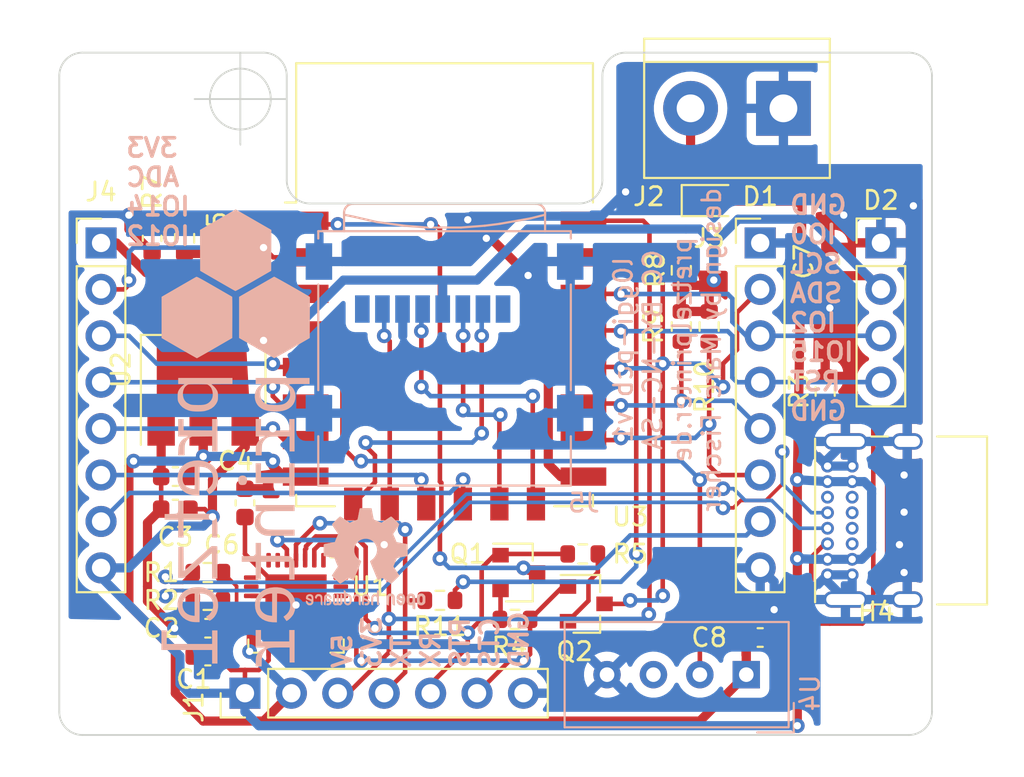
<source format=kicad_pcb>
(kicad_pcb (version 20201116) (generator pcbnew)
  (layers (0 "F.Cu" signal) (31 "B.Cu" signal) (34 "B.Paste" user) (35 "F.Paste" user) (36 "B.SilkS" user "B.Silkscreen") (37 "F.SilkS" user "F.Silkscreen") (38 "B.Mask" user) (39 "F.Mask" user) (44 "Edge.Cuts" user))
  (net 0 "")
  (net 1 "GND")
  (net 2 "+5V")
  (net 3 "+3V3")
  (net 4 "RST")
  (net 5 "Net-(D1-Pad1)")
  (net 6 "/RTS")
  (net 7 "/CTS")
  (net 8 "UART_TX")
  (net 9 "UART_RX")
  (net 10 "GPIO0")
  (net 11 "GPIO2")
  (net 12 "SDA")
  (net 13 "SCL")
  (net 14 "GPIO12")
  (net 15 "ADC")
  (net 16 "GPIO10")
  (net 17 "GPIO9")
  (net 18 "GPIO15")
  (net 19 "GPIO14")
  (net 20 "GPIO13")
  (net 21 "SD_CS")
  (net 22 "SD_MOSI")
  (net 23 "SD_SCL")
  (net 24 "SD_MISO")
  (net 25 "Net-(P1-PadB5)")
  (net 26 "USB_-")
  (net 27 "USB_+")
  (net 28 "Net-(P1-PadA5)")
  (net 29 "Net-(Q1-Pad2)")
  (net 30 "Net-(Q2-Pad2)")
  (net 31 "/USB_F_+")
  (net 32 "/USB_F_-")
  (net 33 "Net-(R6-Pad2)")
  (net 34 "Net-(R11-Pad1)")
  (net 35 "DHT")
  (footprint "Capacitor_SMD:C_0603_1608Metric" (layer "F.Cu") (at 43.688 63.5 -90)
    (fp_text reference "C5")
    (fp_text value "100nF")
  )
  (footprint "Resistor_SMD:R_0603_1608Metric" (layer "F.Cu") (at 48.626474 65.371577)
    (fp_text reference "R6")
    (fp_text value "10k")
  )
  (footprint "Capacitor_SMD:C_0603_1608Metric" (layer "F.Cu") (at 46.736 86.36 180)
    (fp_text reference "C1")
    (fp_text value "100nF")
  )
  (footprint "Capacitor_SMD:C_0603_1608Metric" (layer "F.Cu") (at 44.958 76.539999)
    (fp_text reference "C4")
    (fp_text value "10µF")
  )
  (footprint "Resistor_SMD:R_0603_1608Metric" (layer "F.Cu") (at 67.253239 80.772 180)
    (fp_text reference "R5")
    (fp_text value "10k")
  )
  (footprint "MountingHole:MountingHole_2.7mm_M2.5" (layer "F.Cu") (at 83.312 87.63)
    (fp_text reference "H4")
    (fp_text value "MountingHole")
  )
  (footprint "Resistor_SMD:R_0603_1608Metric" (layer "F.Cu") (at 74.168 68.326 -90)
    (fp_text reference "R10")
    (fp_text value "10k")
  )
  (footprint "Capacitor_SMD:C_0603_1608Metric" (layer "F.Cu") (at 48.768 77.978 -90)
    (fp_text reference "C6")
    (fp_text value "100nF")
  )
  (footprint "MountingHole:MountingHole_2.7mm_M2.5" (layer "F.Cu") (at 41.656 87.63)
    (fp_text reference "H3" hide)
    (fp_text value "MountingHole")
  )
  (footprint "MountingHole:MountingHole_2.7mm_M2.5" (layer "F.Cu") (at 41.656 56.388)
    (fp_text reference "H1" hide)
    (fp_text value "MountingHole")
  )
  (footprint "Capacitor_SMD:C_0603_1608Metric" (layer "F.Cu") (at 76.962 85.344)
    (fp_text reference "C8")
    (fp_text value "100nF")
  )
  (footprint "Package_TO_SOT_SMD:SOT-223-3_TabPin2" (layer "F.Cu") (at 46.482 70.697999 90)
    (fp_text reference "U2")
    (fp_text value "AZ1117-3.3")
  )
  (footprint "Connector_USB:USB_C_Receptacle_GCT_USB4085" (layer "F.Cu") (at 80.645 81.915 90)
    (fp_text reference "P1" hide)
    (fp_text value "USB_C_Plug_USB2.0")
  )
  (footprint "Resistor_SMD:R_0603_1608Metric" (layer "F.Cu") (at 80.518 71.882 90)
    (fp_text reference "R3")
    (fp_text value "56k")
  )
  (footprint "Resistor_SMD:R_0603_1608Metric" (layer "F.Cu") (at 46.736 81.788)
    (fp_text reference "R1")
    (fp_text value "33R")
  )
  (footprint "Capacitor_SMD:C_0603_1608Metric" (layer "F.Cu") (at 80.772 64.77 90)
    (fp_text reference "C7")
    (fp_text value "100nF")
  )
  (footprint "Resistor_SMD:R_0603_1608Metric" (layer "F.Cu") (at 59.436 83.312 180)
    (fp_text reference "R11")
    (fp_text value "470")
  )
  (footprint "Package_TO_SOT_SMD:SOT-23" (layer "F.Cu") (at 67.44415 83.503062)
    (fp_text reference "Q2")
    (fp_text value "S8050")
  )
  (footprint "Resistor_SMD:R_0603_1608Metric" (layer "F.Cu") (at 45.466 63.5 90)
    (fp_text reference "R7")
    (fp_text value "10k")
  )
  (footprint "Package_DFN_QFN:QFN-28-1EP_5x5mm_P0.5mm_EP3.35x3.35mm" (layer "F.Cu") (at 51.562 83.566)
    (fp_text reference "U1")
    (fp_text value "CP2102N-A01-GQFN28")
  )
  (footprint "Connector_PinHeader_2.54mm:PinHeader_1x07_P2.54mm_Vertical" (layer "F.Cu") (at 48.768 88.392 90)
    (fp_text reference "J1")
    (fp_text value "PRG_Header")
  )
  (footprint "Diode_SMD:D_SOD-323" (layer "F.Cu") (at 74.168 61.434)
    (fp_text reference "D1")
    (fp_text value "1N5819")
  )
  (footprint "Resistor_SMD:R_0603_1608Metric" (layer "F.Cu") (at 72.644 68.326 -90)
    (fp_text reference "R9")
    (fp_text value "10k")
  )
  (footprint "Resistor_SMD:R_0603_1608Metric" (layer "F.Cu") (at 72.644 65.249779 90)
    (fp_text reference "R8")
    (fp_text value "10k")
  )
  (footprint "MountingHole:MountingHole_2.7mm_M2.5" (layer "F.Cu") (at 83.312 56.388)
    (fp_text reference "H2" hide)
    (fp_text value "MountingHole")
  )
  (footprint "Capacitor_SMD:C_0603_1608Metric" (layer "F.Cu") (at 44.958 78.317999 180)
    (fp_text reference "C3")
    (fp_text value "10µF 25V")
  )
  (footprint "Connector_PinHeader_2.54mm:PinHeader_1x04_P2.54mm_Vertical" (layer "F.Cu") (at 83.566 63.747691)
    (fp_text reference "D2")
    (fp_text value "OLED_I2C_Header")
  )
  (footprint "Capacitor_SMD:C_0603_1608Metric" (layer "F.Cu") (at 46.736 84.836 180)
    (fp_text reference "C2")
    (fp_text value "100nF")
  )
  (footprint "Connector_PinHeader_2.54mm:PinHeader_1x08_P2.54mm_Vertical" (layer "F.Cu") (at 76.962 63.754)
    (fp_text reference "J3")
    (fp_text value "EXT_HEADER_2")
  )
  (footprint "Resistor_SMD:R_0603_1608Metric" (layer "F.Cu") (at 46.736 83.312 180)
    (fp_text reference "R2")
    (fp_text value "33R")
  )
  (footprint "Package_TO_SOT_SMD:SOT-23" (layer "F.Cu") (at 63.754 81.788)
    (fp_text reference "Q1")
    (fp_text value "S8050")
  )
  (footprint "Resistor_SMD:R_0603_1608Metric" (layer "F.Cu") (at 63.543925 84.349884)
    (fp_text reference "R4")
    (fp_text value "10k")
  )
  (footprint "TerminalBlock:TerminalBlock_bornier-2_P5.08mm" (layer "F.Cu") (at 78.232 56.388 180)
    (fp_text reference "J2")
    (fp_text value "V_Source")
  )
  (footprint "MountingHole:MountingHole_2.7mm_M2.5" (layer "F.Cu") (at 47.244 58.928)
    (fp_text reference "H5" hide)
    (fp_text value "MountingHole")
  )
  (footprint "Connector_PinHeader_2.54mm:PinHeader_1x08_P2.54mm_Vertical" (layer "F.Cu") (at 40.894 63.754)
    (fp_text reference "J4")
    (fp_text value "EXT_HEADER_1")
  )
  (footprint "RF_Module:ESP-12E" (layer "F.Cu") (at 59.69 66.04)
    (fp_text reference "U3")
    (fp_text value "ESP-12F")
  )
  (footprint "Connector_Card:microSD_HC_Wuerth_693072010801" (layer "B.Cu") (at 59.69 68.920165 180)
    (fp_text reference "J5")
    (fp_text value "Micro_SD_Card")
  )
  (footprint "Symbol:OSHW-Logo2_7.3x6mm_SilkScreen" (layer "B.Cu") (at 55.372 81.026 180)
    (fp_text reference "REF**" hide)
    (fp_text value "OSHW-Logo2_7.3x6mm_SilkScreen" hide)
  )
  (footprint "Sensor:Aosong_DHT11_5.5x12.0_P2.54mm" (layer "B.Cu") (at 76.2 87.376 90)
    (fp_text reference "U4")
    (fp_text value "DHT22")
  )
  (footprint "pretzelprinter:logo-25x8.1mm" (layer "B.Cu") (at 48.26 74.422 -90)
    (fp_text reference "G***" hide)
    (fp_text value "LOGO" hide)
  )
  (gr_arc (start 39.878 54.61) (end 39.878003 53.34) (angle -90) (layer "Edge.Cuts") (width 0.1))
  (gr_arc (start 39.878 89.408) (end 39.878 90.678) (angle 90) (layer "Edge.Cuts") (width 0.1))
  (gr_line (start 68.326 60.325) (end 68.326 54.61) (layer "Edge.Cuts") (width 0.1))
  (gr_arc (start 67.056 60.325) (end 68.326 60.325) (angle 90) (layer "Edge.Cuts") (width 0.1))
  (gr_line (start 85.09 90.678) (end 39.878 90.678) (layer "Edge.Cuts") (width 0.1))
  (gr_arc (start 52.324 60.325) (end 52.324 61.595) (angle 90) (layer "Edge.Cuts") (width 0.1))
  (gr_arc (start 69.596 54.61) (end 68.326 54.61) (angle 90) (layer "Edge.Cuts") (width 0.1))
  (gr_line (start 39.878003 53.34) (end 49.784 53.340003) (layer "Edge.Cuts") (width 0.1))
  (gr_line (start 52.324 61.595) (end 67.056 61.595) (layer "Edge.Cuts") (width 0.1))
  (gr_line (start 38.607997 89.408) (end 38.608 54.61) (layer "Edge.Cuts") (width 0.1))
  (gr_arc (start 85.09 54.61) (end 85.09 53.34) (angle 90) (layer "Edge.Cuts") (width 0.1))
  (gr_arc (start 85.09 89.408) (end 86.36 89.408) (angle 90) (layer "Edge.Cuts") (width 0.1))
  (gr_line (start 69.596 53.34) (end 85.09 53.34) (layer "Edge.Cuts") (width 0.1))
  (gr_line (start 86.36 54.61) (end 86.36 89.408) (layer "Edge.Cuts") (width 0.1))
  (gr_arc (start 49.784 54.61) (end 51.054 54.610003) (angle -90) (layer "Edge.Cuts") (width 0.1))
  (gr_line (start 51.054 54.610003) (end 51.054 60.325) (layer "Edge.Cuts") (width 0.1))
  (gr_text "GND\nIO0\nSCL\nSDA\nIO2\nIO15\nRST\nGND" (at 78.486 67.31) (layer "B.SilkS") (effects (font (size 1 1) (thickness 0.2)) (justify right mirror)))
  (gr_text "l0ggi-pcb v1\nCC BY-NC-SA\npretzelprinter.de\ndesign by Marc Fischer" (at 71.882 69.596 90) (layer "B.SilkS") (effects (font (size 1 1)) (justify mirror)))
  (gr_text "3V3\nADC\nIO14\nIO12\n" (at 42.164 60.96) (layer "B.SilkS") (effects (font (size 1 1) (thickness 0.2)) (justify right mirror)))
  (gr_text "5V\n3V3\nTX\nRX\nRTS\nCTS\nGND" (at 58.928 87.122 90) (layer "B.SilkS") (effects (font (size 1 1) (thickness 0.2)) (justify right mirror)))
  (target plus (at 48.514 55.88) (size 5) (width 0.1) (layer "Edge.Cuts"))
  (segment (start 64.262 65.532) (end 64.262 70.104) (width 0.5) (layer "F.Cu") (net 1))
  (segment (start 64.262 70.104) (end 65.366001 71.208001) (width 0.5) (layer "F.Cu") (net 1))
  (segment (start 43.434 82.55) (end 43.434 79.066999) (width 0.5) (layer "F.Cu") (net 1))
  (segment (start 45.961 84.836) (end 44.914762 84.836) (width 0.5) (layer "F.Cu") (net 1))
  (segment (start 66.048002 76.54) (end 67.29 76.54) (width 0.5) (layer "F.Cu") (net 1))
  (segment (start 61.976 63.5) (end 62.23 63.5) (width 0.5) (layer "F.Cu") (net 1))
  (segment (start 43.434 79.066999) (end 44.183 78.317999) (width 0.5) (layer "F.Cu") (net 1))
  (segment (start 44.183 76.539999) (end 44.183 78.317999) (width 0.25) (layer "F.Cu") (net 1))
  (segment (start 65.366001 71.208001) (end 65.366001 75.857999) (width 0.5) (layer "F.Cu") (net 1))
  (segment (start 77.737 85.344) (end 77.737 83.833) (width 0.5) (layer "F.Cu") (net 1))
  (segment (start 44.914762 84.836) (end 43.434 83.355238) (width 0.5) (layer "F.Cu") (net 1))
  (segment (start 44.182 76.538999) (end 44.183 76.539999) (width 0.5) (layer "F.Cu") (net 1))
  (segment (start 48.768 80.770022) (end 51.562 83.564022) (width 0.25) (layer "F.Cu") (net 1))
  (segment (start 43.434 83.355238) (end 43.434 82.55) (width 0.5) (layer "F.Cu") (net 1))
  (segment (start 51.062 83.066) (end 51.562 83.566) (width 0.25) (layer "F.Cu") (net 1))
  (segment (start 77.737 83.833) (end 77.724 83.82) (width 0.5) (layer "F.Cu") (net 1))
  (segment (start 43.688 64.275) (end 42.418 63.005) (width 0.5) (layer "F.Cu") (net 1))
  (segment (start 44.182 73.847999) (end 44.182 76.538999) (width 0.5) (layer "F.Cu") (net 1))
  (segment (start 49.112 83.066) (end 51.062 83.066) (width 0.25) (layer "F.Cu") (net 1))
  (segment (start 65.366001 75.857999) (end 66.048002 76.54) (width 0.5) (layer "F.Cu") (net 1))
  (segment (start 62.23 63.5) (end 64.262 65.532) (width 0.5) (layer "F.Cu") (net 1))
  (segment (start 42.418 63.005) (end 42.418 62.23) (width 0.5) (layer "F.Cu") (net 1))
  (segment (start 48.768 78.753) (end 48.768 80.770022) (width 0.25) (layer "F.Cu") (net 1))
  (segment (start 51.562 83.564022) (end 51.562 83.566) (width 0.25) (layer "F.Cu") (net 1))
  (via (at 44.914762 84.836) (size 0.8) (drill 0.4) (layers "F.Cu" "B.Cu") (net 1))
  (via (at 64.262 65.532) (size 0.8) (drill 0.4) (layers "F.Cu" "B.Cu") (net 1))
  (via (at 60.96 62.484) (size 0.8) (drill 0.4) (layers "F.Cu" "B.Cu") (net 1))
  (via (at 84.836 78.486) (size 0.8) (drill 0.4) (layers "F.Cu" "B.Cu") (net 1))
  (via (at 80.772 67.31) (size 0.8) (drill 0.4) (layers "F.Cu" "B.Cu") (net 1))
  (via (at 84.582 80.264) (size 0.8) (drill 0.4) (layers "F.Cu" "B.Cu") (net 1))
  (via (at 77.724 83.82) (size 0.8) (drill 0.4) (layers "F.Cu" "B.Cu") (net 1))
  (via (at 42.418 62.23) (size 0.8) (drill 0.4) (layers "F.Cu" "B.Cu") (net 1))
  (via (at 61.976 63.5) (size 0.8) (drill 0.4) (layers "F.Cu" "B.Cu") (net 1))
  (via (at 84.836 76.454) (size 0.8) (drill 0.4) (layers "F.Cu" "B.Cu") (net 1))
  (via (at 85.344 61.722) (size 0.8) (drill 0.4) (layers "F.Cu" "B.Cu") (net 1))
  (via (at 69.596 60.96) (size 0.8) (drill 0.4) (layers "F.Cu" "B.Cu") (net 1))
  (via (at 51.562 83.566) (size 0.8) (drill 0.4) (layers "F.Cu" "B.Cu") (net 1))
  (via (at 81.534 62.23) (size 0.8) (drill 0.4) (layers "F.Cu" "B.Cu") (net 1))
  (via (at 84.836 81.788) (size 0.8) (drill 0.4) (layers "F.Cu" "B.Cu") (net 1))
  (segment (start 80.645 75.965) (end 81.995 75.965) (width 0.5) (layer "B.Cu") (net 1))
  (segment (start 44.914762 84.836) (end 50.292 84.836) (width 0.5) (layer "B.Cu") (net 1))
  (segment (start 69.596 60.96) (end 68.26401 62.29199) (width 0.5) (layer "B.Cu") (net 1))
  (segment (start 77.724 82.296) (end 76.962 81.534) (width 0.5) (layer "B.Cu") (net 1))
  (segment (start 60.96 62.484) (end 61.976 63.5) (width 0.5) (layer "B.Cu") (net 1))
  (segment (start 81.995 82.895) (end 81.625 83.265) (width 0.5) (layer "B.Cu") (net 1))
  (segment (start 51.562 83.566) (end 53.682001 85.686001) (width 0.5) (layer "B.Cu") (net 1))
  (segment (start 80.645 75.965) (end 80.645 75.595) (width 0.5) (layer "B.Cu") (net 1))
  (segment (start 63.765998 85.598) (end 66.802 85.598) (width 0.5) (layer "B.Cu") (net 1))
  (segment (start 60.297999 85.686001) (end 60.551999 85.940001) (width 0.5) (layer "B.Cu") (net 1))
  (segment (start 50.292 84.836) (end 51.562 83.566) (width 0.5) (layer "B.Cu") (net 1))
  (segment (start 80.645 81.915) (end 81.995 81.915) (width 0.5) (layer "B.Cu") (net 1))
  (segment (start 63.423997 85.940001) (end 63.765998 85.598) (width 0.5) (layer "B.Cu") (net 1))
  (segment (start 66.802 85.598) (end 68.58 87.376) (width 0.5) (layer "B.Cu") (net 1))
  (segment (start 81.995 81.915) (end 81.995 82.895) (width 0.5) (layer "B.Cu") (net 1))
  (segment (start 80.645 75.595) (end 81.625 74.615) (width 0.5) (layer "B.Cu") (net 1))
  (segment (start 68.26401 62.29199) (end 61.15201 62.29199) (width 0.5) (layer "B.Cu") (net 1))
  (segment (start 81.995 75.965) (end 81.995 74.985) (width 0.5) (layer "B.Cu") (net 1))
  (segment (start 57.404 67.384165) (end 57.404 68.834) (width 0.5) (layer "B.Cu") (net 1))
  (segment (start 80.645 81.915) (end 80.645 82.285) (width 0.5) (layer "B.Cu") (net 1))
  (segment (start 53.682001 85.686001) (end 60.297999 85.686001) (width 0.5) (layer "B.Cu") (net 1))
  (segment (start 80.645 82.285) (end 81.625 83.265) (width 0.5) (layer "B.Cu") (net 1))
  (segment (start 57.39 67.370165) (end 57.404 67.384165) (width 0.5) (layer "B.Cu") (net 1))
  (segment (start 81.995 74.985) (end 81.625 74.615) (width 0.5) (layer "B.Cu") (net 1))
  (segment (start 77.724 83.82) (end 77.724 82.296) (width 0.5) (layer "B.Cu") (net 1))
  (segment (start 61.15201 62.29199) (end 60.96 62.484) (width 0.5) (layer "B.Cu") (net 1))
  (segment (start 60.551999 85.940001) (end 63.423997 85.940001) (width 0.5) (layer "B.Cu") (net 1))
  (segment (start 50.062 86.016) (end 50.062 86.59) (width 0.25) (layer "F.Cu") (net 2))
  (segment (start 48.782 74.916) (end 48.782 73.847999) (width 0.5) (layer "F.Cu") (net 2))
  (segment (start 48.006 87.122) (end 47.511 86.627) (width 0.25) (layer "F.Cu") (net 2))
  (segment (start 50.062 86.59) (end 49.53 87.122) (width 0.25) (layer "F.Cu") (net 2))
  (segment (start 46.567999 78.317999) (end 46.99 78.74) (width 0.25) (layer "F.Cu") (net 2))
  (segment (start 48.768 87.122) (end 48.006 87.122) (width 0.25) (layer "F.Cu") (net 2))
  (segment (start 78.994 76.708) (end 79.248 61.722) (width 0.5) (layer "F.Cu") (net 2))
  (segment (start 78.994 90.17) (end 78.994 81.026) (width 0.5) (layer "F.Cu") (net 2))
  (segment (start 46.99 76.708) (end 48.782 74.916) (width 0.5) (layer "F.Cu") (net 2))
  (segment (start 49.53 87.122) (end 48.768 87.122) (width 0.25) (layer "F.Cu") (net 2))
  (segment (start 46.99 78.74) (end 46.99 76.708) (width 0.5) (layer "F.Cu") (net 2))
  (segment (start 78.994 81.026) (end 78.994 76.708) (width 0.5) (layer "F.Cu") (net 2))
  (segment (start 78.994 61.468) (end 75.252 61.468) (width 0.5) (layer "F.Cu") (net 2))
  (segment (start 45.733 78.317999) (end 46.567999 78.317999) (width 0.25) (layer "F.Cu") (net 2))
  (segment (start 48.768 87.122) (end 48.768 88.392) (width 0.25) (layer "F.Cu") (net 2))
  (segment (start 79.248 61.722) (end 78.994 61.468) (width 0.5) (layer "F.Cu") (net 2))
  (segment (start 75.252 61.468) (end 75.218 61.434) (width 0.5) (layer "F.Cu") (net 2))
  (segment (start 47.511 86.627) (end 47.511 86.36) (width 0.25) (layer "F.Cu") (net 2))
  (segment (start 48.768 73.833999) (end 48.782 73.847999) (width 0.5) (layer "F.Cu") (net 2))
  (via (at 78.994 81.026) (size 0.8) (drill 0.4) (layers "F.Cu" "B.Cu") (net 2))
  (via (at 78.994 90.17) (size 0.8) (drill 0.4) (layers "F.Cu" "B.Cu") (net 2))
  (via (at 78.994 76.708) (size 0.8) (drill 0.4) (layers "F.Cu" "B.Cu") (net 2))
  (via (at 46.99 78.74) (size 0.8) (drill 0.4) (layers "F.Cu" "B.Cu") (net 2))
  (segment (start 83.058 77.47) (end 83.058 80.151002) (width 0.5) (layer "B.Cu") (net 2))
  (segment (start 49.53 90.17) (end 48.768 89.408) (width 0.5) (layer "B.Cu") (net 2))
  (segment (start 78.994 81.026) (end 79.971 81.065) (width 0.5) (layer "B.Cu") (net 2))
  (segment (start 83.058 80.151002) (end 83.058 80.518) (width 0.5) (layer "B.Cu") (net 2))
  (segment (start 82.511 81.065) (end 81.995 81.065) (width 0.5) (layer "B.Cu") (net 2))
  (segment (start 81.995 76.815) (end 82.657 76.815) (width 0.5) (layer "B.Cu") (net 2))
  (segment (start 81.995 76.815) (end 80.645 76.815) (width 0.5) (layer "B.Cu") (net 2))
  (segment (start 42.418 81.534) (end 44.704 79.248) (width 0.5) (layer "B.Cu") (net 2))
  (segment (start 80.645 76.815) (end 78.994 76.708) (width 0.5) (layer "B.Cu") (net 2))
  (segment (start 48.768 89.408) (end 48.768 88.392) (width 0.5) (layer "B.Cu") (net 2))
  (segment (start 40.894 81.534) (end 40.894 82.042) (width 0.5) (layer "B.Cu") (net 2))
  (segment (start 83.058 77.47) (end 83.058 77.216) (width 0.5) (layer "B.Cu") (net 2))
  (segment (start 79.971 81.065) (end 80.645 81.065) (width 0.5) (layer "B.Cu") (net 2))
  (segment (start 83.058 77.216) (end 82.657 76.815) (width 0.5) (layer "B.Cu") (net 2))
  (segment (start 45.72 88.392) (end 48.768 88.392) (width 0.5) (layer "B.Cu") (net 2))
  (segment (start 83.058 80.518) (end 82.511 81.065) (width 0.5) (layer "B.Cu") (net 2))
  (segment (start 40.894 81.534) (end 42.418 81.534) (width 0.5) (layer "B.Cu") (net 2))
  (segment (start 40.894 82.042) (end 45.212 86.36) (width 0.5) (layer "B.Cu") (net 2))
  (segment (start 45.212 87.884) (end 45.72 88.392) (width 0.5) (layer "B.Cu") (net 2))
  (segment (start 44.704 79.248) (end 46.482 79.248) (width 0.5) (layer "B.Cu") (net 2))
  (segment (start 78.994 90.17) (end 49.53 90.17) (width 0.5) (layer "B.Cu") (net 2))
  (segment (start 45.212 86.36) (end 45.212 87.884) (width 0.5) (layer "B.Cu") (net 2))
  (segment (start 46.482 79.248) (end 46.99 78.74) (width 0.5) (layer "B.Cu") (net 2))
  (segment (start 81.995 81.065) (end 80.645 81.065) (width 0.5) (layer "B.Cu") (net 2))
  (segment (start 42.418 83.566) (end 42.418 75.946) (width 0.5) (layer "F.Cu") (net 3))
  (segment (start 50.8 76.454) (end 52.004 76.454) (width 0.5) (layer "F.Cu") (net 3))
  (segment (start 43.354969 65.371577) (end 44.035577 65.371577) (width 0.5) (layer "F.Cu") (net 3))
  (segment (start 48.514 84.836) (end 48.91701 84.836) (width 0.5) (layer "F.Cu") (net 3))
  (segment (start 44.958 88.392) (end 44.958 86.106) (width 0.5) (layer "F.Cu") (net 3))
  (segment (start 50.292 75.946) (end 50.8 76.454) (width 0.5) (layer "F.Cu") (net 3))
  (segment (start 46.482 75.438) (end 46.482 73.847999) (width 0.5) (layer "F.Cu") (net 3))
  (segment (start 52.004 76.454) (end 52.09 76.54) (width 0.5) (layer "F.Cu") (net 3))
  (segment (start 46.482 89.916) (end 44.958 88.392) (width 0.5) (layer "F.Cu") (net 3))
  (segment (start 41.737392 63.754) (end 43.354969 65.371577) (width 0.5) (layer "F.Cu") (net 3))
  (segment (start 44.958 86.106) (end 42.418 83.566) (width 0.5) (layer "F.Cu") (net 3))
  (segment (start 44.035577 65.371577) (end 47.801474 65.371577) (width 0.5) (layer "F.Cu") (net 3))
  (segment (start 49.112 86.016) (end 49.022 86.106) (width 0.5) (layer "F.Cu") (net 3))
  (segment (start 46.482 67.547999) (end 44.305578 65.371577) (width 0.5) (layer "F.Cu") (net 3))
  (segment (start 48.91701 84.836) (end 49.112 84.64101) (width 0.5) (layer "F.Cu") (net 3))
  (segment (start 47.511 84.836) (end 48.514 84.836) (width 0.5) (layer "F.Cu") (net 3))
  (segment (start 45.733 76.187) (end 46.482 75.438) (width 0.5) (layer "F.Cu") (net 3))
  (segment (start 45.733 76.539999) (end 45.733 76.187) (width 0.5) (layer "F.Cu") (net 3))
  (segment (start 49.112 85.066) (end 49.112 86.016) (width 0.5) (layer "F.Cu") (net 3))
  (segment (start 82.823309 65.545) (end 83.566 66.287691) (width 0.5) (layer "F.Cu") (net 3))
  (segment (start 46.482 67.547999) (end 48.243999 67.547999) (width 0.5) (layer "F.Cu") (net 3))
  (segment (start 49.784 89.916) (end 46.482 89.916) (width 0.5) (layer "F.Cu") (net 3))
  (segment (start 80.772 65.545) (end 82.823309 65.545) (width 0.5) (layer "F.Cu") (net 3))
  (segment (start 44.305578 65.371577) (end 44.035577 65.371577) (width 0.5) (layer "F.Cu") (net 3))
  (segment (start 42.418 75.946) (end 42.672 75.692) (width 0.5) (layer "F.Cu") (net 3))
  (segment (start 48.243999 67.547999) (end 49.784 69.088) (width 0.5) (layer "F.Cu") (net 3))
  (segment (start 73.66 89.916) (end 49.784 89.916) (width 0.5) (layer "F.Cu") (net 3))
  (segment (start 40.894 63.754) (end 41.737392 63.754) (width 0.5) (layer "F.Cu") (net 3))
  (segment (start 51.308 88.392) (end 49.784 89.916) (width 0.5) (layer "F.Cu") (net 3))
  (segment (start 48.882 84.836) (end 49.112 85.066) (width 0.5) (layer "F.Cu") (net 3))
  (segment (start 50.292 75.692) (end 50.292 75.946) (width 0.5) (layer "F.Cu") (net 3))
  (segment (start 76.2 87.376) (end 73.66 89.916) (width 0.5) (layer "F.Cu") (net 3))
  (segment (start 48.514 84.836) (end 48.882 84.836) (width 0.5) (layer "F.Cu") (net 3))
  (via (at 49.784 69.088) (size 0.8) (drill 0.4) (layers "F.Cu" "B.Cu") (net 3))
  (via (at 74.422 65.786) (size 0.8) (drill 0.4) (layers "F.Cu" "B.Cu") (net 3))
  (via (at 42.672 75.692) (size 0.8) (drill 0.4) (layers "F.Cu" "B.Cu") (net 3))
  (via (at 50.292 75.692) (size 0.8) (drill 0.4) (layers "F.Cu" "B.Cu") (net 3))
  (via (at 46.482 75.438) (size 0.8) (drill 0.4) (layers "F.Cu" "B.Cu") (net 3))
  (via (at 49.022 86.106) (size 0.8) (drill 0.4) (layers "F.Cu" "B.Cu") (net 3))
  (segment (start 59.69 65.786) (end 61.468 65.786) (width 0.5) (layer "B.Cu") (net 3))
  (segment (start 79.732308 62.453999) (end 83.566 66.287691) (width 0.5) (layer "B.Cu") (net 3))
  (segment (start 64.262 62.992) (end 72.898 62.992) (width 0.5) (layer "B.Cu") (net 3))
  (segment (start 75.751999 62.453999) (end 79.732308 62.453999) (width 0.5) (layer "B.Cu") (net 3))
  (segment (start 59.59 67.370165) (end 59.59 65.886) (width 0.5) (layer "B.Cu") (net 3))
  (segment (start 50.038 75.438) (end 50.292 75.692) (width 0.5) (layer "B.Cu") (net 3))
  (segment (start 46.482 75.438) (end 50.038 75.438) (width 0.5) (layer "B.Cu") (net 3))
  (segment (start 42.672 75.692) (end 46.228 75.692) (width 0.5) (layer "B.Cu") (net 3))
  (segment (start 74.422 65.024) (end 74.422 65.786) (width 0.5) (layer "B.Cu") (net 3))
  (segment (start 54.160577 65.786) (end 59.69 65.786) (width 0.5) (layer "B.Cu") (net 3))
  (segment (start 49.784 69.088) (end 50.858577 69.088) (width 0.5) (layer "B.Cu") (net 3))
  (segment (start 46.228 75.692) (end 46.482 75.438) (width 0.5) (layer "B.Cu") (net 3))
  (segment (start 50.858577 69.088) (end 54.160577 65.786) (width 0.5) (layer "B.Cu") (net 3))
  (segment (start 49.022 86.106) (end 51.308 88.392) (width 0.5) (layer "B.Cu") (net 3))
  (segment (start 59.59 65.886) (end 59.69 65.786) (width 0.5) (layer "B.Cu") (net 3))
  (segment (start 74.422 65.024) (end 74.422 63.783998) (width 0.5) (layer "B.Cu") (net 3))
  (segment (start 73.66 62.992) (end 74.422 63.754) (width 0.5) (layer "B.Cu") (net 3))
  (segment (start 74.422 63.783998) (end 75.751999 62.453999) (width 0.5) (layer "B.Cu") (net 3))
  (segment (start 72.898 62.992) (end 73.66 62.992) (width 0.5) (layer "B.Cu") (net 3))
  (segment (start 74.422 63.754) (end 74.422 65.024) (width 0.5) (layer "B.Cu") (net 3))
  (segment (start 61.468 65.786) (end 64.262 62.992) (width 0.5) (layer "B.Cu") (net 3))
  (segment (start 43.688 62.725) (end 45.416 62.725) (width 0.25) (layer "F.Cu") (net 4))
  (segment (start 45.416 62.725) (end 45.466 62.675) (width 0.25) (layer "F.Cu") (net 4))
  (segment (start 52.288 62.738) (end 52.09 62.54) (width 0.25) (layer "F.Cu") (net 4))
  (segment (start 51.955 62.675) (end 52.09 62.54) (width 0.25) (layer "F.Cu") (net 4))
  (segment (start 59.182 62.738) (end 58.928 62.738) (width 0.25) (layer "F.Cu") (net 4))
  (segment (start 59.450001 76.814999) (end 59.436 76.814999) (width 0.25) (layer "F.Cu") (net 4))
  (segment (start 59.515001 76.879999) (end 59.450001 76.814999) (width 0.25) (layer "F.Cu") (net 4))
  (segment (start 45.466 62.675) (end 51.955 62.675) (width 0.25) (layer "F.Cu") (net 4))
  (segment (start 59.436 76.814999) (end 59.436 62.992) (width 0.25) (layer "F.Cu") (net 4))
  (segment (start 59.436 81.026) (end 59.436 79.265001) (width 0.25) (layer "F.Cu") (net 4))
  (segment (start 64.262 81.788) (end 64.008 81.534) (width 0.25) (layer "F.Cu") (net 4))
  (segment (start 59.436 79.265001) (end 59.450001 79.265001) (width 0.25) (layer "F.Cu") (net 4))
  (segment (start 59.515001 79.200001) (end 59.515001 76.879999) (width 0.25) (layer "F.Cu") (net 4))
  (segment (start 64.754 81.788) (end 64.262 81.788) (width 0.25) (layer "F.Cu") (net 4))
  (segment (start 53.848 62.738) (end 52.288 62.738) (width 0.25) (layer "F.Cu") (net 4))
  (segment (start 59.436 62.992) (end 59.182 62.738) (width 0.25) (layer "F.Cu") (net 4))
  (segment (start 59.450001 79.265001) (end 59.515001 79.200001) (width 0.25) (layer "F.Cu") (net 4))
  (via (at 58.928 62.738) (size 0.8) (drill 0.4) (layers "F.Cu" "B.Cu") (net 4))
  (via (at 59.436 81.026) (size 0.8) (drill 0.4) (layers "F.Cu" "B.Cu") (net 4))
  (via (at 53.848 62.738) (size 0.8) (drill 0.4) (layers "F.Cu" "B.Cu") (net 4))
  (via (at 64.008 81.534) (size 0.8) (drill 0.4) (layers "F.Cu" "B.Cu") (net 4))
  (segment (start 69.85 79.756) (end 76.2 79.756) (width 0.25) (layer "B.Cu") (net 4))
  (segment (start 64.008 81.534) (end 59.944 81.534) (width 0.25) (layer "B.Cu") (net 4))
  (segment (start 64.008 81.534) (end 68.072 81.534) (width 0.25) (layer "B.Cu") (net 4))
  (segment (start 59.944 81.534) (end 59.436 81.026) (width 0.25) (layer "B.Cu") (net 4))
  (segment (start 76.2 79.756) (end 76.962 78.994) (width 0.25) (layer "B.Cu") (net 4))
  (segment (start 58.928 62.738) (end 53.848 62.738) (width 0.25) (layer "B.Cu") (net 4))
  (segment (start 68.072 81.534) (end 69.85 79.756) (width 0.25) (layer "B.Cu") (net 4))
  (segment (start 73.152 56.388) (end 73.152 61.434) (width 0.5) (layer "F.Cu") (net 5))
  (segment (start 55.372 84.328) (end 55.88 84.836) (width 0.25) (layer "F.Cu") (net 6))
  (segment (start 52.6456 79.81399) (end 54.7964 79.81399) (width 0.25) (layer "F.Cu") (net 6))
  (segment (start 62.418 80.838) (end 62.754 80.838) (width 0.25) (layer "F.Cu") (net 6))
  (segment (start 58.928 87.884) (end 60.96 85.852) (width 0.25) (layer "F.Cu") (net 6))
  (segment (start 62.82 80.772) (end 62.754 80.838) (width 0.25) (layer "F.Cu") (net 6))
  (segment (start 52.11199 80.47601) (end 52.111991 80.347599) (width 0.25) (layer "F.Cu") (net 6))
  (segment (start 58.928 88.392) (end 58.928 87.884) (width 0.25) (layer "F.Cu") (net 6))
  (segment (start 52.111991 80.347599) (end 52.6456 79.81399) (width 0.25) (layer "F.Cu") (net 6))
  (segment (start 61.722 81.534) (end 62.418 80.838) (width 0.25) (layer "F.Cu") (net 6))
  (segment (start 54.7964 79.81399) (end 55.372 80.38959) (width 0.25) (layer "F.Cu") (net 6))
  (segment (start 61.722 84.328) (end 61.722 81.534) (width 0.25) (layer "F.Cu") (net 6))
  (segment (start 60.96 85.852) (end 60.96 85.09) (width 0.25) (layer "F.Cu") (net 6))
  (segment (start 52.062 80.526) (end 52.11199 80.47601) (width 0.25) (layer "F.Cu") (net 6))
  (segment (start 66.428239 80.772) (end 62.82 80.772) (width 0.25) (layer "F.Cu") (net 6))
  (segment (start 60.96 85.09) (end 61.722 84.328) (width 0.25) (layer "F.Cu") (net 6))
  (segment (start 55.372 80.38959) (end 55.372 84.328) (width 0.25) (layer "F.Cu") (net 6))
  (segment (start 52.062 81.116) (end 52.062 80.526) (width 0.25) (layer "F.Cu") (net 6))
  (via (at 60.96 85.09) (size 0.8) (drill 0.4) (layers "F.Cu" "B.Cu") (net 6))
  (via (at 55.88 84.836) (size 0.8) (drill 0.4) (layers "F.Cu" "B.Cu") (net 6))
  (segment (start 55.88 84.836) (end 56.134 85.09) (width 0.25) (layer "B.Cu") (net 6))
  (segment (start 56.134 85.09) (end 60.96 85.09) (width 0.25) (layer "B.Cu") (net 6))
  (segment (start 54.864 80.518) (end 54.864 86.36) (width 0.25) (layer "F.Cu") (net 7))
  (segment (start 61.468 88.392) (end 63.246 86.614) (width 0.25) (layer "F.Cu") (net 7))
  (segment (start 52.562 81.116) (end 52.562 80.534) (width 0.25) (layer "F.Cu") (net 7))
  (segment (start 52.562 80.534) (end 52.832 80.264) (width 0.25) (layer "F.Cu") (net 7))
  (segment (start 64.368925 86.253075) (end 64.368925 84.349884) (width 0.25) (layer "F.Cu") (net 7))
  (segment (start 64.368925 84.349884) (end 66.165747 82.553062) (width 0.25) (layer "F.Cu") (net 7))
  (segment (start 66.165747 82.553062) (end 66.44415 82.553062) (width 0.25) (layer "F.Cu") (net 7))
  (segment (start 64.008 86.614) (end 64.368925 86.253075) (width 0.25) (layer "F.Cu") (net 7))
  (segment (start 52.832 80.264) (end 54.61 80.264) (width 0.25) (layer "F.Cu") (net 7))
  (segment (start 54.61 80.264) (end 54.864 80.518) (width 0.25) (layer "F.Cu") (net 7))
  (segment (start 63.246 86.614) (end 64.008 86.614) (width 0.25) (layer "F.Cu") (net 7))
  (segment (start 54.864 86.36) (end 55.118 86.614) (width 0.25) (layer "F.Cu") (net 7))
  (via (at 64.008 86.614) (size 0.8) (drill 0.4) (layers "F.Cu" "B.Cu") (net 7))
  (via (at 55.118 86.614) (size 0.8) (drill 0.4) (layers "F.Cu" "B.Cu") (net 7))
  (segment (start 55.118 86.614) (end 64.008 86.614) (width 0.25) (layer "B.Cu") (net 7))
  (segment (start 67.29 62.54) (end 70.556 62.54) (width 0.25) (layer "F.Cu") (net 8))
  (segment (start 70.556 62.54) (end 70.902999 62.886999) (width 0.25) (layer "F.Cu") (net 8))
  (segment (start 56.642 86.163002) (end 56.642 84.328) (width 0.25) (layer "F.Cu") (net 8))
  (segment (start 54.413002 88.392) (end 56.642 86.163002) (width 0.25) (layer "F.Cu") (net 8))
  (segment (start 53.848 88.392) (end 54.413002 88.392) (width 0.25) (layer "F.Cu") (net 8))
  (segment (start 50.546 80.01) (end 51.062 80.526) (width 0.25) (layer "F.Cu") (net 8))
  (segment (start 56.642 80.518) (end 56.388 80.264) (width 0.25) (layer "F.Cu") (net 8))
  (segment (start 70.902999 62.886999) (end 70.902999 84.110999) (width 0.25) (layer "F.Cu") (net 8))
  (segment (start 51.062 80.526) (end 51.062 81.116) (width 0.25) (layer "F.Cu") (net 8))
  (segment (start 56.642 84.328) (end 56.642 80.518) (width 0.25) (layer "F.Cu") (net 8))
  (via (at 56.388 80.264) (size 0.8) (drill 0.4) (layers "F.Cu" "B.Cu") (net 8))
  (via (at 50.546 80.01) (size 0.8) (drill 0.4) (layers "F.Cu" "B.Cu") (net 8))
  (via (at 56.642 84.328) (size 0.8) (drill 0.4) (layers "F.Cu" "B.Cu") (net 8))
  (via (at 70.866 84.074) (size 0.8) (drill 0.4) (layers "F.Cu" "B.Cu") (net 8))
  (segment (start 50.546 80.01) (end 56.134 80.01) (width 0.25) (layer "B.Cu") (net 8))
  (segment (start 70.612 84.328) (end 56.642 84.328) (width 0.25) (layer "B.Cu") (net 8))
  (segment (start 56.134 80.01) (end 56.388 80.264) (width 0.25) (layer "B.Cu") (net 8))
  (segment (start 70.866 84.074) (end 70.612 84.328) (width 0.25) (layer "B.Cu") (net 8))
  (segment (start 56.388 88.392) (end 57.532358 87.247642) (width 0.25) (layer "F.Cu") (net 9))
  (segment (start 57.658 83.312) (end 57.532358 83.186358) (width 0.25) (layer "F.Cu") (net 9))
  (segment (start 58.611 83.312) (end 57.658 83.312) (width 0.25) (layer "F.Cu") (net 9))
  (segment (start 51.562 80.26118) (end 52.73419 79.08899) (width 0.25) (layer "F.Cu") (net 9))
  (segment (start 57.532358 83.186358) (end 57.532358 79.43274) (width 0.25) (layer "F.Cu") (net 9))
  (segment (start 57.532358 87.247642) (end 57.532358 83.186358) (width 0.25) (layer "F.Cu") (net 9))
  (segment (start 51.562 81.116) (end 51.562 80.26118) (width 0.25) (layer "F.Cu") (net 9))
  (segment (start 52.73419 79.08899) (end 52.872385 79.08899) (width 0.25) (layer "F.Cu") (net 9))
  (via (at 57.532358 79.43274) (size 0.8) (drill 0.4) (layers "F.Cu" "B.Cu") (net 9))
  (via (at 52.872385 79.08899) (size 0.8) (drill 0.4) (layers "F.Cu" "B.Cu") (net 9))
  (segment (start 52.872385 79.08899) (end 57.188608 79.08899) (width 0.25) (layer "B.Cu") (net 9))
  (segment (start 57.188608 79.08899) (end 57.532358 79.43274) (width 0.25) (layer "B.Cu") (net 9))
  (segment (start 68.44415 83.503062) (end 69.658938 83.503062) (width 0.25) (layer "F.Cu") (net 10))
  (segment (start 69.658938 83.503062) (end 69.85 83.312) (width 0.25) (layer "F.Cu") (net 10))
  (segment (start 75.692 69.596) (end 75.692 67.564) (width 0.25) (layer "F.Cu") (net 10))
  (segment (start 76.962 66.294) (end 77.47 66.294) (width 0.25) (layer "F.Cu") (net 10))
  (segment (start 75.692 67.564) (end 76.962 66.294) (width 0.25) (layer "F.Cu") (net 10))
  (segment (start 71.628 70.358) (end 71.628 64.77) (width 0.25) (layer "F.Cu") (net 10))
  (segment (start 71.628 83.058) (end 71.628 70.358) (width 0.25) (layer "F.Cu") (net 10))
  (segment (start 74.925347 70.362653) (end 75.692 69.596) (width 0.25) (layer "F.Cu") (net 10))
  (segment (start 67.29 70.54) (end 69.27 70.54) (width 0.25) (layer "F.Cu") (net 10))
  (segment (start 71.628 64.77) (end 71.973221 64.424779) (width 0.25) (layer "F.Cu") (net 10))
  (segment (start 69.27 70.54) (end 69.342 70.612) (width 0.25) (layer "F.Cu") (net 10))
  (segment (start 74.925347 71.632653) (end 74.925347 70.362653) (width 0.25) (layer "F.Cu") (net 10))
  (segment (start 71.973221 64.424779) (end 72.644 64.424779) (width 0.25) (layer "F.Cu") (net 10))
  (via (at 69.85 83.312) (size 0.8) (drill 0.4) (layers "F.Cu" "B.Cu") (net 10))
  (via (at 71.628 83.058) (size 0.8) (drill 0.4) (layers "F.Cu" "B.Cu") (net 10))
  (via (at 69.342 70.612) (size 0.8) (drill 0.4) (layers "F.Cu" "B.Cu") (net 10))
  (via (at 74.925347 71.632653) (size 0.8) (drill 0.4) (layers "F.Cu" "B.Cu") (net 10))
  (via (at 71.628 70.358) (size 0.8) (drill 0.4) (layers "F.Cu" "B.Cu") (net 10))
  (segment (start 71.628 70.358) (end 73.650694 70.358) (width 0.25) (layer "B.Cu") (net 10))
  (segment (start 71.374 70.612) (end 71.628 70.358) (width 0.25) (layer "B.Cu") (net 10))
  (segment (start 73.650694 70.358) (end 74.925347 71.632653) (width 0.25) (layer "B.Cu") (net 10))
  (segment (start 70.612 70.612) (end 71.374 70.612) (width 0.25) (layer "B.Cu") (net 10))
  (segment (start 69.85 83.312) (end 71.374 83.312) (width 0.25) (layer "B.Cu") (net 10))
  (segment (start 71.374 83.312) (end 71.628 83.058) (width 0.25) (layer "B.Cu") (net 10))
  (segment (start 69.342 70.612) (end 70.612 70.612) (width 0.25) (layer "B.Cu") (net 10))
  (segment (start 69.238 72.54) (end 69.342 72.644) (width 0.25) (layer "F.Cu") (net 11))
  (segment (start 72.644 72.39) (end 72.644 69.151) (width 0.25) (layer "F.Cu") (net 11))
  (segment (start 67.29 72.54) (end 69.238 72.54) (width 0.25) (layer "F.Cu") (net 11))
  (via (at 72.644 72.39) (size 0.8) (drill 0.4) (layers "F.Cu" "B.Cu") (net 11))
  (via (at 69.342 72.644) (size 0.8) (drill 0.4) (layers "F.Cu" "B.Cu") (net 11))
  (segment (start 69.342 72.644) (end 72.39 72.644) (width 0.25) (layer "B.Cu") (net 11))
  (segment (start 72.644 72.39) (end 75.438 72.39) (width 0.25) (layer "B.Cu") (net 11))
  (segment (start 75.438 72.39) (end 76.962 73.914) (width 0.25) (layer "B.Cu") (net 11))
  (segment (start 72.39 72.644) (end 72.644 72.39) (width 0.25) (layer "B.Cu") (net 11))
  (segment (start 69.302 68.54) (end 69.342 68.58) (width 0.25) (layer "F.Cu") (net 12))
  (segment (start 67.29 68.54) (end 69.302 68.54) (width 0.25) (layer "F.Cu") (net 12))
  (via (at 69.342 68.58) (size 0.8) (drill 0.4) (layers "F.Cu" "B.Cu") (net 12))
  (segment (start 75.692 71.374) (end 76.962 71.374) (width 0.25) (layer "B.Cu") (net 12))
  (segment (start 75.184 68.58) (end 75.438 68.834) (width 0.25) (layer "B.Cu") (net 12))
  (segment (start 76.968309 71.367691) (end 83.566 71.367691) (width 0.25) (layer "B.Cu") (net 12))
  (segment (start 76.962 71.374) (end 76.968309 71.367691) (width 0.25) (layer "B.Cu") (net 12))
  (segment (start 69.342 68.58) (end 75.184 68.58) (width 0.25) (layer "B.Cu") (net 12))
  (segment (start 75.438 68.834) (end 75.438 71.12) (width 0.25) (layer "B.Cu") (net 12))
  (segment (start 75.438 71.12) (end 75.692 71.374) (width 0.25) (layer "B.Cu") (net 12))
  (segment (start 69.334 66.54) (end 69.342 66.548) (width 0.25) (layer "F.Cu") (net 13))
  (segment (start 67.29 66.54) (end 69.334 66.54) (width 0.25) (layer "F.Cu") (net 13))
  (via (at 69.342 66.548) (size 0.8) (drill 0.4) (layers "F.Cu" "B.Cu") (net 13))
  (segment (start 75.438 68.072) (end 76.2 68.834) (width 0.25) (layer "B.Cu") (net 13))
  (segment (start 75.438 66.802) (end 75.438 68.072) (width 0.25) (layer "B.Cu") (net 13))
  (segment (start 76.962 68.834) (end 83.559691 68.834) (width 0.25) (layer "B.Cu") (net 13))
  (segment (start 83.559691 68.834) (end 83.566 68.827691) (width 0.25) (layer "B.Cu") (net 13))
  (segment (start 69.342 66.548) (end 75.184 66.548) (width 0.25) (layer "B.Cu") (net 13))
  (segment (start 76.2 68.834) (end 76.962 68.834) (width 0.25) (layer "B.Cu") (net 13))
  (segment (start 75.184 66.548) (end 75.438 66.802) (width 0.25) (layer "B.Cu") (net 13))
  (segment (start 50.696 72.54) (end 52.09 72.54) (width 0.25) (layer "F.Cu") (net 14))
  (segment (start 50.292 71.628) (end 50.292 72.136) (width 0.25) (layer "F.Cu") (net 14))
  (segment (start 50.292 72.136) (end 50.696 72.54) (width 0.25) (layer "F.Cu") (net 14))
  (via (at 50.292 71.628) (size 0.8) (drill 0.4) (layers "F.Cu" "B.Cu") (net 14))
  (segment (start 40.894 71.374) (end 50.038 71.374) (width 0.25) (layer "B.Cu") (net 14))
  (segment (start 50.038 71.374) (end 50.292 71.628) (width 0.25) (layer "B.Cu") (net 14))
  (segment (start 52.09 64.54) (end 50.316 64.54) (width 0.25) (layer "F.Cu") (net 15))
  (segment (start 42.164 66.294) (end 40.894 66.294) (width 0.25) (layer "F.Cu") (net 15))
  (segment (start 50.316 64.54) (end 49.784 64.008) (width 0.25) (layer "F.Cu") (net 15))
  (segment (start 42.418 66.04) (end 42.164 66.294) (width 0.25) (layer "F.Cu") (net 15))
  (segment (start 42.418 65.786) (end 42.418 66.04) (width 0.25) (layer "F.Cu") (net 15))
  (segment (start 52.09 64.54) (end 52.066 64.516) (width 0.25) (layer "F.Cu") (net 15))
  (via (at 42.418 65.786) (size 0.8) (drill 0.4) (layers "F.Cu" "B.Cu") (net 15))
  (via (at 49.784 64.008) (size 0.8) (drill 0.4) (layers "F.Cu" "B.Cu") (net 15))
  (segment (start 42.418 64.262) (end 42.418 65.786) (width 0.25) (layer "B.Cu") (net 15))
  (segment (start 42.672 64.008) (end 42.418 64.262) (width 0.25) (layer "B.Cu") (net 15))
  (segment (start 49.784 64.008) (end 42.672 64.008) (width 0.25) (layer "B.Cu") (net 15))
  (segment (start 60.706 78.024) (end 60.69 78.04) (width 0.25) (layer "F.Cu") (net 16))
  (segment (start 60.706 76.708) (end 60.706 78.024) (width 0.25) (layer "F.Cu") (net 16))
  (via (at 60.706 76.708) (size 0.8) (drill 0.4) (layers "F.Cu" "B.Cu") (net 16))
  (segment (start 42.454999 77.433001) (end 59.980999 77.433001) (width 0.25) (layer "B.Cu") (net 16))
  (segment (start 59.980999 77.433001) (end 60.706 76.708) (width 0.25) (layer "B.Cu") (net 16))
  (segment (start 40.894 78.994) (end 42.454999 77.433001) (width 0.25) (layer "B.Cu") (net 16))
  (segment (start 58.42 77.77) (end 58.69 78.04) (width 0.25) (layer "F.Cu") (net 17))
  (segment (start 58.42 76.708) (end 58.42 77.77) (width 0.25) (layer "F.Cu") (net 17))
  (via (at 58.42 76.708) (size 0.8) (drill 0.4) (layers "F.Cu" "B.Cu") (net 17))
  (segment (start 58.166 76.454) (end 58.42 76.708) (width 0.25) (layer "B.Cu") (net 17))
  (segment (start 40.894 76.454) (end 58.166 76.454) (width 0.25) (layer "B.Cu") (net 17))
  (segment (start 74.168 75.946) (end 74.676 76.454) (width 0.25) (layer "F.Cu") (net 18))
  (segment (start 69.224 74.54) (end 69.342 74.422) (width 0.25) (layer "F.Cu") (net 18))
  (segment (start 67.29 74.54) (end 69.224 74.54) (width 0.25) (layer "F.Cu") (net 18))
  (segment (start 74.168 73.66) (end 74.168 75.946) (width 0.25) (layer "F.Cu") (net 18))
  (segment (start 74.676 76.454) (end 76.962 76.454) (width 0.25) (layer "F.Cu") (net 18))
  (segment (start 74.168 73.66) (end 74.168 69.151) (width 0.25) (layer "F.Cu") (net 18))
  (via (at 74.168 73.66) (size 0.8) (drill 0.4) (layers "F.Cu" "B.Cu") (net 18))
  (via (at 69.342 74.422) (size 0.8) (drill 0.4) (layers "F.Cu" "B.Cu") (net 18))
  (segment (start 74.168 73.66) (end 73.406 74.422) (width 0.25) (layer "B.Cu") (net 18))
  (segment (start 73.406 74.422) (end 69.342 74.422) (width 0.25) (layer "B.Cu") (net 18))
  (segment (start 50.474 70.54) (end 50.292 70.358) (width 0.25) (layer "F.Cu") (net 19))
  (segment (start 52.09 70.54) (end 50.474 70.54) (width 0.25) (layer "F.Cu") (net 19))
  (via (at 50.292 70.358) (size 0.8) (drill 0.4) (layers "F.Cu" "B.Cu") (net 19))
  (segment (start 50.292 70.358) (end 43.942 70.358) (width 0.25) (layer "B.Cu") (net 19))
  (segment (start 43.942 70.358) (end 42.418 68.834) (width 0.25) (layer "B.Cu") (net 19))
  (segment (start 42.418 68.834) (end 40.894 68.834) (width 0.25) (layer "B.Cu") (net 19))
  (segment (start 52.09 74.54) (end 50.918 74.54) (width 0.25) (layer "F.Cu") (net 20))
  (segment (start 50.918 74.54) (end 50.292 73.914) (width 0.25) (layer "F.Cu") (net 20))
  (via (at 50.292 73.914) (size 0.8) (drill 0.4) (layers "F.Cu" "B.Cu") (net 20))
  (segment (start 50.292 73.914) (end 40.894 73.914) (width 0.25) (layer "B.Cu") (net 20))
  (segment (start 61.722 74.168) (end 61.722 68.834) (width 0.25) (layer "F.Cu") (net 21))
  (segment (start 55.372 74.872998) (end 55.372 74.676) (width 0.25) (layer "F.Cu") (net 21))
  (segment (start 55.88 76.85) (end 55.88 75.380998) (width 0.25) (layer "F.Cu") (net 21))
  (segment (start 54.69 78.04) (end 55.88 76.85) (width 0.25) (layer "F.Cu") (net 21))
  (segment (start 55.88 75.380998) (end 55.372 74.872998) (width 0.25) (layer "F.Cu") (net 21))
  (via (at 61.722 74.168) (size 0.8) (drill 0.4) (layers "F.Cu" "B.Cu") (net 21))
  (via (at 61.722 68.834) (size 0.8) (drill 0.4) (layers "F.Cu" "B.Cu") (net 21))
  (via (at 55.372 74.676) (size 0.8) (drill 0.4) (layers "F.Cu" "B.Cu") (net 21))
  (segment (start 61.722 67.438165) (end 61.79 67.370165) (width 0.25) (layer "B.Cu") (net 21))
  (segment (start 61.722 68.834) (end 61.722 67.438165) (width 0.25) (layer "B.Cu") (net 21))
  (segment (start 61.214 74.676) (end 61.722 74.168) (width 0.25) (layer "B.Cu") (net 21))
  (segment (start 55.372 74.676) (end 61.214 74.676) (width 0.25) (layer "B.Cu") (net 21))
  (segment (start 60.706 72.898) (end 60.706 68.834) (width 0.25) (layer "F.Cu") (net 22))
  (segment (start 62.69 73.2) (end 62.738 73.152) (width 0.25) (layer "F.Cu") (net 22))
  (segment (start 62.69 78.04) (end 62.69 73.2) (width 0.25) (layer "F.Cu") (net 22))
  (via (at 60.706 72.898) (size 0.8) (drill 0.4) (layers "F.Cu" "B.Cu") (net 22))
  (via (at 62.738 73.152) (size 0.8) (drill 0.4) (layers "F.Cu" "B.Cu") (net 22))
  (via (at 60.706 68.834) (size 0.8) (drill 0.4) (layers "F.Cu" "B.Cu") (net 22))
  (segment (start 60.96 73.152) (end 60.706 72.898) (width 0.25) (layer "B.Cu") (net 22))
  (segment (start 60.706 68.834) (end 60.706 67.386165) (width 0.25) (layer "B.Cu") (net 22))
  (segment (start 60.706 67.386165) (end 60.69 67.370165) (width 0.25) (layer "B.Cu") (net 22))
  (segment (start 62.738 73.152) (end 60.96 73.152) (width 0.25) (layer "B.Cu") (net 22))
  (segment (start 64.69 78.04) (end 64.516 77.866) (width 0.25) (layer "F.Cu") (net 23))
  (segment (start 58.42 71.628) (end 58.42 68.58) (width 0.25) (layer "F.Cu") (net 23))
  (segment (start 64.516 77.866) (end 64.516 72.136) (width 0.25) (layer "F.Cu") (net 23))
  (via (at 64.516 72.136) (size 0.8) (drill 0.4) (layers "F.Cu" "B.Cu") (net 23))
  (via (at 58.42 71.628) (size 0.8) (drill 0.4) (layers "F.Cu" "B.Cu") (net 23))
  (via (at 58.42 68.58) (size 0.8) (drill 0.4) (layers "F.Cu" "B.Cu") (net 23))
  (segment (start 58.42 67.440165) (end 58.49 67.370165) (width 0.25) (layer "B.Cu") (net 23))
  (segment (start 64.516 72.136) (end 58.928 72.136) (width 0.25) (layer "B.Cu") (net 23))
  (segment (start 58.42 68.58) (end 58.42 67.440165) (width 0.25) (layer "B.Cu") (net 23))
  (segment (start 58.928 72.136) (end 58.42 71.628) (width 0.25) (layer "B.Cu") (net 23))
  (segment (start 56.69 78.04) (end 56.69 69.136) (width 0.25) (layer "F.Cu") (net 24))
  (segment (start 56.69 69.136) (end 56.388 68.834) (width 0.25) (layer "F.Cu") (net 24))
  (via (at 56.388 68.834) (size 0.8) (drill 0.4) (layers "F.Cu" "B.Cu") (net 24))
  (segment (start 56.388 67.468165) (end 56.29 67.370165) (width 0.25) (layer "B.Cu") (net 24))
  (segment (start 56.388 68.834) (end 56.388 67.468165) (width 0.25) (layer "B.Cu") (net 24))
  (segment (start 44.711764 82.775) (end 44.411764 83.075) (width 0.2) (layer "F.Cu") (net 26))
  (segment (start 45.374 82.775) (end 44.711764 82.775) (width 0.2) (layer "F.Cu") (net 26))
  (segment (start 75.900686 77.843999) (end 77.274003 77.843999) (width 0.2) (layer "F.Cu") (net 26))
  (segment (start 45.911 83.312) (end 45.374 82.775) (width 0.2) (layer "F.Cu") (net 26))
  (segment (start 78.169726 76.948276) (end 78.169726 75.182945) (width 0.2) (layer "F.Cu") (net 26))
  (segment (start 77.274003 77.843999) (end 78.169726 76.948276) (width 0.2) (layer "F.Cu") (net 26))
  (segment (start 74.93 78.249) (end 75.495685 78.249) (width 0.2) (layer "F.Cu") (net 26))
  (segment (start 75.495685 78.249) (end 75.900686 77.843999) (width 0.2) (layer "F.Cu") (net 26))
  (via (at 74.93 78.249) (size 0.8) (drill 0.4) (layers "F.Cu" "B.Cu") (net 26))
  (via (at 44.411764 83.075) (size 0.8) (drill 0.4) (layers "F.Cu" "B.Cu") (net 26))
  (via (at 78.169726 75.182945) (size 0.8) (drill 0.4) (layers "F.Cu" "B.Cu") (net 26))
  (segment (start 78.169726 75.182945) (end 78.169726 76.919728) (width 0.2) (layer "B.Cu") (net 26))
  (segment (start 74.63 77.949) (end 74.93 78.249) (width 0.2) (layer "B.Cu") (net 26))
  (segment (start 78.169726 76.919728) (end 79.764998 78.515) (width 0.2) (layer "B.Cu") (net 26))
  (segment (start 44.411764 83.075) (end 44.711764 82.775) (width 0.2) (layer "B.Cu") (net 26))
  (segment (start 56.2272 82.775) (end 61.0532 77.949) (width 0.2) (layer "B.Cu") (net 26))
  (segment (start 61.0532 77.949) (end 74.63 77.949) (width 0.2) (layer "B.Cu") (net 26))
  (segment (start 44.711764 82.775) (end 56.2272 82.775) (width 0.2) (layer "B.Cu") (net 26))
  (segment (start 79.764998 78.515) (end 80.645 78.515) (width 0.2) (layer "B.Cu") (net 26))
  (segment (start 45.374 82.325) (end 44.711764 82.325) (width 0.2) (layer "F.Cu") (net 27))
  (segment (start 44.711764 82.325) (end 44.411764 82.025) (width 0.2) (layer "F.Cu") (net 27))
  (segment (start 45.911 81.788) (end 45.374 82.325) (width 0.2) (layer "F.Cu") (net 27))
  (via (at 44.411764 82.025) (size 0.8) (drill 0.4) (layers "F.Cu" "B.Cu") (net 27))
  (via (at 74.93 77.199) (size 0.8) (drill 0.4) (layers "F.Cu" "B.Cu") (net 27))
  (segment (start 74.93 77.199) (end 75.495685 77.199) (width 0.2) (layer "B.Cu") (net 27))
  (segment (start 79.111 79.365) (end 80.645 79.365) (width 0.2) (layer "B.Cu") (net 27))
  (segment (start 74.923921 77.205079) (end 74.93 77.199) (width 0.2) (layer "B.Cu") (net 27))
  (segment (start 77.589999 77.843999) (end 79.111 79.365) (width 0.2) (layer "B.Cu") (net 27))
  (segment (start 74.63 77.499) (end 74.923921 77.205079) (width 0.2) (layer "B.Cu") (net 27))
  (segment (start 44.711764 82.325) (end 56.0408 82.325) (width 0.2) (layer "B.Cu") (net 27))
  (segment (start 56.0408 82.325) (end 60.8668 77.499) (width 0.2) (layer "B.Cu") (net 27))
  (segment (start 60.8668 77.499) (end 74.63 77.499) (width 0.2) (layer "B.Cu") (net 27))
  (segment (start 75.495685 77.199) (end 76.140684 77.843999) (width 0.2) (layer "B.Cu") (net 27))
  (segment (start 76.140684 77.843999) (end 77.589999 77.843999) (width 0.2) (layer "B.Cu") (net 27))
  (segment (start 44.411764 82.025) (end 44.711764 82.325) (width 0.2) (layer "B.Cu") (net 27))
  (segment (start 80.01 84.582) (end 79.756 84.328) (width 0.25) (layer "F.Cu") (net 28))
  (segment (start 80.518 72.707) (end 82.613 72.707) (width 0.25) (layer "F.Cu") (net 28))
  (segment (start 79.756 80.954998) (end 80.495998 80.215) (width 0.25) (layer "F.Cu") (net 28))
  (segment (start 82.613 72.707) (end 83.15001 73.24401) (width 0.25) (layer "F.Cu") (net 28))
  (segment (start 83.15001 73.24401) (end 83.15001 83.98199) (width 0.25) (layer "F.Cu") (net 28))
  (segment (start 80.495998 80.215) (end 80.645 80.215) (width 0.25) (layer "F.Cu") (net 28))
  (segment (start 83.15001 83.98199) (end 82.55 84.582) (width 0.25) (layer "F.Cu") (net 28))
  (segment (start 79.756 84.328) (end 79.756 80.954998) (width 0.25) (layer "F.Cu") (net 28))
  (segment (start 80.772 84.582) (end 80.01 84.582) (width 0.25) (layer "F.Cu") (net 28))
  (segment (start 82.55 84.582) (end 80.772 84.582) (width 0.25) (layer "F.Cu") (net 28))
  (segment (start 62.754 82.738) (end 62.754 84.314809) (width 0.25) (layer "F.Cu") (net 29))
  (segment (start 62.754 84.314809) (end 62.718925 84.349884) (width 0.25) (layer "F.Cu") (net 29))
  (segment (start 67.564 83.333212) (end 67.564 82.296) (width 0.25) (layer "F.Cu") (net 30))
  (segment (start 66.44415 84.453062) (end 67.564 83.333212) (width 0.25) (layer "F.Cu") (net 30))
  (segment (start 67.564 82.296) (end 68.078239 81.781761) (width 0.25) (layer "F.Cu") (net 30))
  (segment (start 68.078239 81.781761) (end 68.078239 80.772) (width 0.25) (layer "F.Cu") (net 30))
  (segment (start 48.31101 82.53801) (end 47.561 81.788) (width 0.2) (layer "F.Cu") (net 31))
  (segment (start 48.31101 83.4256) (end 48.31101 82.53801) (width 0.2) (layer "F.Cu") (net 31))
  (segment (start 48.45141 83.566) (end 48.31101 83.4256) (width 0.2) (layer "F.Cu") (net 31))
  (segment (start 49.112 83.566) (end 48.45141 83.566) (width 0.2) (layer "F.Cu") (net 31))
  (segment (start 48.315 84.066) (end 47.561 83.312) (width 0.2) (layer "F.Cu") (net 32))
  (segment (start 49.112 84.066) (end 48.315 84.066) (width 0.2) (layer "F.Cu") (net 32))
  (segment (start 49.451474 65.371577) (end 49.451474 65.707474) (width 0.25) (layer "F.Cu") (net 33))
  (segment (start 49.451474 65.707474) (end 50.284 66.54) (width 0.25) (layer "F.Cu") (net 33))
  (segment (start 50.284 66.54) (end 52.09 66.54) (width 0.25) (layer "F.Cu") (net 33))
  (segment (start 60.261 83.312) (end 60.261 82.741) (width 0.25) (layer "F.Cu") (net 34))
  (segment (start 67.314 64.516) (end 70.104 64.516) (width 0.25) (layer "F.Cu") (net 34))
  (segment (start 70.177999 64.589999) (end 70.104 64.516) (width 0.25) (layer "F.Cu") (net 34))
  (segment (start 60.261 82.741) (end 60.706 82.296) (width 0.25) (layer "F.Cu") (net 34))
  (segment (start 70.177999 80.772) (end 70.177999 64.589999) (width 0.25) (layer "F.Cu") (net 34))
  (segment (start 67.29 64.54) (end 67.314 64.516) (width 0.25) (layer "F.Cu") (net 34))
  (via (at 70.177999 80.772) (size 0.8) (drill 0.4) (layers "F.Cu" "B.Cu") (net 34))
  (via (at 60.706 82.296) (size 0.8) (drill 0.4) (layers "F.Cu" "B.Cu") (net 34))
  (segment (start 70.177999 81.460001) (end 70.177999 80.772) (width 0.25) (layer "B.Cu") (net 34))
  (segment (start 69.342 82.296) (end 70.177999 81.460001) (width 0.25) (layer "B.Cu") (net 34))
  (segment (start 60.706 82.296) (end 69.342 82.296) (width 0.25) (layer "B.Cu") (net 34))
  (segment (start 52.09 68.54) (end 52.384 68.834) (width 0.25) (layer "F.Cu") (net 35))
  (segment (start 52.719002 68.834) (end 54.102 70.216998) (width 0.25) (layer "F.Cu") (net 35))
  (segment (start 54.102 70.216998) (end 54.102 74.93) (width 0.25) (layer "F.Cu") (net 35))
  (segment (start 73.66 76.708) (end 73.66 87.376) (width 0.25) (layer "F.Cu") (net 35))
  (segment (start 54.864 75.692) (end 55.118 75.692) (width 0.25) (layer "F.Cu") (net 35))
  (segment (start 52.384 68.834) (end 52.719002 68.834) (width 0.25) (layer "F.Cu") (net 35))
  (segment (start 54.102 74.93) (end 54.864 75.692) (width 0.25) (layer "F.Cu") (net 35))
  (via (at 73.66 76.708) (size 0.8) (drill 0.4) (layers "F.Cu" "B.Cu") (net 35))
  (via (at 55.118 75.692) (size 0.8) (drill 0.4) (layers "F.Cu" "B.Cu") (net 35))
  (segment (start 55.118 75.692) (end 72.644 75.692) (width 0.25) (layer "B.Cu") (net 35))
  (segment (start 72.644 75.692) (end 73.66 76.708) (width 0.25) (layer "B.Cu") (net 35))
  (zone (net 1) (net_name "GND") (layer "F.Cu") (connect_pads (clearance 0.508)) (min_thickness 0.254) (fill yes (thermal_gap 0.508) (thermal_bridge_width 0.508))
    (polygon (pts (xy 86.106 82.804) (xy 80.01 82.804) (xy 80.01 81.534) (xy 82.804 81.534) (xy 83.058 76.2) (xy 79.756 76.2) (xy 78.994 74.422) (xy 75.438 75.184) (xy 75.438 62.738) (xy 86.106 61.214)))
  )
  (zone (net 3) (net_name "+3V3") (layer "F.Cu") (connect_pads (clearance 0.508)) (min_thickness 0.254) (fill yes (thermal_gap 0.508) (thermal_bridge_width 0.508))
    (polygon (pts (xy 49.022 72.644) (xy 47.498 72.644) (xy 47.498 75.184) (xy 46.228 77.216) (xy 44.817516 77.216) (xy 45.071516 75.124559) (xy 45.212 72.39) (xy 43.942 72.39) (xy 43.942 66.294) (xy 44.704 63.754) (xy 48.514 63.754)))
  )
  (zone (net 3) (net_name "+3V3") (layer "F.Cu") (connect_pads (clearance 0.508)) (min_thickness 0.254) (fill yes (thermal_gap 0.508) (thermal_bridge_width 0.508))
    (polygon (pts (xy 77.216 88.392) (xy 75.184 88.392) (xy 75.184 84.328) (xy 76.962 84.328)))
  )
  (zone (net 3) (net_name "+3V3") (layer "F.Cu") (connect_pads (clearance 0.508)) (min_thickness 0.254) (fill yes (thermal_gap 0.508) (thermal_bridge_width 0.508))
    (polygon (pts (xy 75.184 65.278) (xy 75.184 68.326) (xy 71.882 68.326) (xy 71.882 65.249779)))
  )
  (zone (net 3) (net_name "+3V3") (layer "F.Cu") (connect_pads (clearance 0.508)) (min_thickness 0.254) (fill yes (thermal_gap 0.508) (thermal_bridge_width 0.508))
    (polygon (pts (xy 53.594 77.724) (xy 47.752 77.724) (xy 48.006 76.454) (xy 53.594 75.692)))
  )
  (zone (net 1) (net_name "GND") (layer "B.Cu") (connect_pads (clearance 0.508)) (min_thickness 0.254) (fill yes (thermal_gap 0.508) (thermal_bridge_width 0.508))
    (polygon (pts (xy 80.103935 59.434498) (xy 86.106 59.436) (xy 86.106 84.582) (xy 80.264 84.582) (xy 80.264 90.424) (xy 44.958 90.297) (xy 44.958 84.455) (xy 39.116 84.328) (xy 38.862 61.976) (xy 69.088 61.976) (xy 69.088 53.848) (xy 80.103935 53.846498)))
  )
)
</source>
